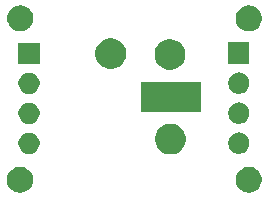
<source format=gbr>
G04 #@! TF.GenerationSoftware,KiCad,Pcbnew,5.1.5+dfsg1-2build2*
G04 #@! TF.CreationDate,2021-08-24T21:55:17+05:30*
G04 #@! TF.ProjectId,AS5600-Encoder-PCB,41533536-3030-42d4-956e-636f6465722d,rev?*
G04 #@! TF.SameCoordinates,Original*
G04 #@! TF.FileFunction,Soldermask,Bot*
G04 #@! TF.FilePolarity,Negative*
%FSLAX46Y46*%
G04 Gerber Fmt 4.6, Leading zero omitted, Abs format (unit mm)*
G04 Created by KiCad (PCBNEW 5.1.5+dfsg1-2build2) date 2021-08-24 21:55:17*
%MOMM*%
%LPD*%
G04 APERTURE LIST*
%ADD10C,0.100000*%
G04 APERTURE END LIST*
D10*
G36*
X192348014Y-160964535D02*
G01*
X192454370Y-160985691D01*
X192654740Y-161068687D01*
X192835064Y-161189175D01*
X192988425Y-161342536D01*
X193108913Y-161522860D01*
X193191909Y-161723231D01*
X193234220Y-161935940D01*
X193234220Y-162152820D01*
X193191909Y-162365529D01*
X193108913Y-162565900D01*
X192988425Y-162746224D01*
X192835064Y-162899585D01*
X192654740Y-163020073D01*
X192454370Y-163103069D01*
X192348015Y-163124224D01*
X192241660Y-163145380D01*
X192024780Y-163145380D01*
X191918425Y-163124224D01*
X191812070Y-163103069D01*
X191711886Y-163061571D01*
X191611700Y-163020073D01*
X191431376Y-162899585D01*
X191278015Y-162746224D01*
X191157527Y-162565900D01*
X191074531Y-162365529D01*
X191032220Y-162152820D01*
X191032220Y-161935940D01*
X191074531Y-161723231D01*
X191157527Y-161522860D01*
X191278015Y-161342536D01*
X191431376Y-161189175D01*
X191611700Y-161068687D01*
X191812070Y-160985691D01*
X191918426Y-160964535D01*
X192024780Y-160943380D01*
X192241660Y-160943380D01*
X192348014Y-160964535D01*
G37*
G36*
X211723134Y-160964535D02*
G01*
X211829490Y-160985691D01*
X212029860Y-161068687D01*
X212210184Y-161189175D01*
X212363545Y-161342536D01*
X212484033Y-161522860D01*
X212567029Y-161723231D01*
X212609340Y-161935940D01*
X212609340Y-162152820D01*
X212567029Y-162365529D01*
X212484033Y-162565900D01*
X212363545Y-162746224D01*
X212210184Y-162899585D01*
X212029860Y-163020073D01*
X211829490Y-163103069D01*
X211723135Y-163124224D01*
X211616780Y-163145380D01*
X211399900Y-163145380D01*
X211293545Y-163124224D01*
X211187190Y-163103069D01*
X211087006Y-163061571D01*
X210986820Y-163020073D01*
X210806496Y-162899585D01*
X210653135Y-162746224D01*
X210532647Y-162565900D01*
X210449651Y-162365529D01*
X210407340Y-162152820D01*
X210407340Y-161935940D01*
X210449651Y-161723231D01*
X210532647Y-161522860D01*
X210653135Y-161342536D01*
X210806496Y-161189175D01*
X210986820Y-161068687D01*
X211187190Y-160985691D01*
X211293546Y-160964535D01*
X211399900Y-160943380D01*
X211616780Y-160943380D01*
X211723134Y-160964535D01*
G37*
G36*
X205239487Y-157348996D02*
G01*
X205476253Y-157447068D01*
X205476255Y-157447069D01*
X205689339Y-157589447D01*
X205870553Y-157770661D01*
X206012932Y-157983747D01*
X206111004Y-158220513D01*
X206161000Y-158471861D01*
X206161000Y-158728139D01*
X206111004Y-158979487D01*
X206078175Y-159058742D01*
X206012931Y-159216255D01*
X205870553Y-159429339D01*
X205689339Y-159610553D01*
X205476255Y-159752931D01*
X205476254Y-159752932D01*
X205476253Y-159752932D01*
X205239487Y-159851004D01*
X204988139Y-159901000D01*
X204731861Y-159901000D01*
X204480513Y-159851004D01*
X204243747Y-159752932D01*
X204243746Y-159752932D01*
X204243745Y-159752931D01*
X204030661Y-159610553D01*
X203849447Y-159429339D01*
X203707069Y-159216255D01*
X203641825Y-159058742D01*
X203608996Y-158979487D01*
X203559000Y-158728139D01*
X203559000Y-158471861D01*
X203608996Y-158220513D01*
X203707068Y-157983747D01*
X203849447Y-157770661D01*
X204030661Y-157589447D01*
X204243745Y-157447069D01*
X204243747Y-157447068D01*
X204480513Y-157348996D01*
X204731861Y-157299000D01*
X204988139Y-157299000D01*
X205239487Y-157348996D01*
G37*
G36*
X193003512Y-158073927D02*
G01*
X193152812Y-158103624D01*
X193316784Y-158171544D01*
X193464354Y-158270147D01*
X193589853Y-158395646D01*
X193688456Y-158543216D01*
X193756376Y-158707188D01*
X193791000Y-158881259D01*
X193791000Y-159058741D01*
X193756376Y-159232812D01*
X193688456Y-159396784D01*
X193589853Y-159544354D01*
X193464354Y-159669853D01*
X193316784Y-159768456D01*
X193152812Y-159836376D01*
X193003512Y-159866073D01*
X192978742Y-159871000D01*
X192801258Y-159871000D01*
X192776488Y-159866073D01*
X192627188Y-159836376D01*
X192463216Y-159768456D01*
X192315646Y-159669853D01*
X192190147Y-159544354D01*
X192091544Y-159396784D01*
X192023624Y-159232812D01*
X191989000Y-159058741D01*
X191989000Y-158881259D01*
X192023624Y-158707188D01*
X192091544Y-158543216D01*
X192190147Y-158395646D01*
X192315646Y-158270147D01*
X192463216Y-158171544D01*
X192627188Y-158103624D01*
X192776488Y-158073927D01*
X192801258Y-158069000D01*
X192978742Y-158069000D01*
X193003512Y-158073927D01*
G37*
G36*
X210773512Y-158053927D02*
G01*
X210922812Y-158083624D01*
X211086784Y-158151544D01*
X211234354Y-158250147D01*
X211359853Y-158375646D01*
X211458456Y-158523216D01*
X211526376Y-158687188D01*
X211561000Y-158861259D01*
X211561000Y-159038741D01*
X211526376Y-159212812D01*
X211458456Y-159376784D01*
X211359853Y-159524354D01*
X211234354Y-159649853D01*
X211086784Y-159748456D01*
X210922812Y-159816376D01*
X210773512Y-159846073D01*
X210748742Y-159851000D01*
X210571258Y-159851000D01*
X210546488Y-159846073D01*
X210397188Y-159816376D01*
X210233216Y-159748456D01*
X210085646Y-159649853D01*
X209960147Y-159524354D01*
X209861544Y-159376784D01*
X209793624Y-159212812D01*
X209759000Y-159038741D01*
X209759000Y-158861259D01*
X209793624Y-158687188D01*
X209861544Y-158523216D01*
X209960147Y-158375646D01*
X210085646Y-158250147D01*
X210233216Y-158151544D01*
X210397188Y-158083624D01*
X210546488Y-158053927D01*
X210571258Y-158049000D01*
X210748742Y-158049000D01*
X210773512Y-158053927D01*
G37*
G36*
X193003512Y-155533927D02*
G01*
X193152812Y-155563624D01*
X193316784Y-155631544D01*
X193464354Y-155730147D01*
X193589853Y-155855646D01*
X193688456Y-156003216D01*
X193756376Y-156167188D01*
X193786073Y-156316488D01*
X193790949Y-156341000D01*
X193791000Y-156341259D01*
X193791000Y-156518741D01*
X193756376Y-156692812D01*
X193688456Y-156856784D01*
X193589853Y-157004354D01*
X193464354Y-157129853D01*
X193316784Y-157228456D01*
X193152812Y-157296376D01*
X193003512Y-157326073D01*
X192978742Y-157331000D01*
X192801258Y-157331000D01*
X192776488Y-157326073D01*
X192627188Y-157296376D01*
X192463216Y-157228456D01*
X192315646Y-157129853D01*
X192190147Y-157004354D01*
X192091544Y-156856784D01*
X192023624Y-156692812D01*
X191989000Y-156518741D01*
X191989000Y-156341259D01*
X191989052Y-156341000D01*
X191993927Y-156316488D01*
X192023624Y-156167188D01*
X192091544Y-156003216D01*
X192190147Y-155855646D01*
X192315646Y-155730147D01*
X192463216Y-155631544D01*
X192627188Y-155563624D01*
X192776488Y-155533927D01*
X192801258Y-155529000D01*
X192978742Y-155529000D01*
X193003512Y-155533927D01*
G37*
G36*
X210773512Y-155513927D02*
G01*
X210922812Y-155543624D01*
X211086784Y-155611544D01*
X211234354Y-155710147D01*
X211359853Y-155835646D01*
X211458456Y-155983216D01*
X211526376Y-156147188D01*
X211561000Y-156321259D01*
X211561000Y-156498741D01*
X211526376Y-156672812D01*
X211458456Y-156836784D01*
X211359853Y-156984354D01*
X211234354Y-157109853D01*
X211086784Y-157208456D01*
X210922812Y-157276376D01*
X210773512Y-157306073D01*
X210748742Y-157311000D01*
X210571258Y-157311000D01*
X210546488Y-157306073D01*
X210397188Y-157276376D01*
X210233216Y-157208456D01*
X210085646Y-157109853D01*
X209960147Y-156984354D01*
X209861544Y-156836784D01*
X209793624Y-156672812D01*
X209759000Y-156498741D01*
X209759000Y-156321259D01*
X209793624Y-156147188D01*
X209861544Y-155983216D01*
X209960147Y-155835646D01*
X210085646Y-155710147D01*
X210233216Y-155611544D01*
X210397188Y-155543624D01*
X210546488Y-155513927D01*
X210571258Y-155509000D01*
X210748742Y-155509000D01*
X210773512Y-155513927D01*
G37*
G36*
X207461000Y-156341000D02*
G01*
X202359000Y-156341000D01*
X202359000Y-153739000D01*
X207461000Y-153739000D01*
X207461000Y-156341000D01*
G37*
G36*
X193003512Y-152993927D02*
G01*
X193152812Y-153023624D01*
X193316784Y-153091544D01*
X193464354Y-153190147D01*
X193589853Y-153315646D01*
X193688456Y-153463216D01*
X193756376Y-153627188D01*
X193791000Y-153801259D01*
X193791000Y-153978741D01*
X193756376Y-154152812D01*
X193688456Y-154316784D01*
X193589853Y-154464354D01*
X193464354Y-154589853D01*
X193316784Y-154688456D01*
X193152812Y-154756376D01*
X193003512Y-154786073D01*
X192978742Y-154791000D01*
X192801258Y-154791000D01*
X192776488Y-154786073D01*
X192627188Y-154756376D01*
X192463216Y-154688456D01*
X192315646Y-154589853D01*
X192190147Y-154464354D01*
X192091544Y-154316784D01*
X192023624Y-154152812D01*
X191989000Y-153978741D01*
X191989000Y-153801259D01*
X192023624Y-153627188D01*
X192091544Y-153463216D01*
X192190147Y-153315646D01*
X192315646Y-153190147D01*
X192463216Y-153091544D01*
X192627188Y-153023624D01*
X192776488Y-152993927D01*
X192801258Y-152989000D01*
X192978742Y-152989000D01*
X193003512Y-152993927D01*
G37*
G36*
X210773512Y-152973927D02*
G01*
X210922812Y-153003624D01*
X211086784Y-153071544D01*
X211234354Y-153170147D01*
X211359853Y-153295646D01*
X211458456Y-153443216D01*
X211526376Y-153607188D01*
X211561000Y-153781259D01*
X211561000Y-153958741D01*
X211526376Y-154132812D01*
X211458456Y-154296784D01*
X211359853Y-154444354D01*
X211234354Y-154569853D01*
X211086784Y-154668456D01*
X210922812Y-154736376D01*
X210773512Y-154766073D01*
X210748742Y-154771000D01*
X210571258Y-154771000D01*
X210546488Y-154766073D01*
X210397188Y-154736376D01*
X210233216Y-154668456D01*
X210085646Y-154569853D01*
X209960147Y-154444354D01*
X209861544Y-154296784D01*
X209793624Y-154132812D01*
X209759000Y-153958741D01*
X209759000Y-153781259D01*
X209793624Y-153607188D01*
X209861544Y-153443216D01*
X209960147Y-153295646D01*
X210085646Y-153170147D01*
X210233216Y-153071544D01*
X210397188Y-153003624D01*
X210546488Y-152973927D01*
X210571258Y-152969000D01*
X210748742Y-152969000D01*
X210773512Y-152973927D01*
G37*
G36*
X205209487Y-150178996D02*
G01*
X205446253Y-150277068D01*
X205446255Y-150277069D01*
X205659339Y-150419447D01*
X205840553Y-150600661D01*
X205942842Y-150753747D01*
X205982932Y-150813747D01*
X206081004Y-151050513D01*
X206131000Y-151301861D01*
X206131000Y-151558139D01*
X206081004Y-151809487D01*
X206007785Y-151986253D01*
X205982931Y-152046255D01*
X205840553Y-152259339D01*
X205659339Y-152440553D01*
X205446255Y-152582931D01*
X205446254Y-152582932D01*
X205446253Y-152582932D01*
X205209487Y-152681004D01*
X204958139Y-152731000D01*
X204701861Y-152731000D01*
X204450513Y-152681004D01*
X204213747Y-152582932D01*
X204213746Y-152582932D01*
X204213745Y-152582931D01*
X204000661Y-152440553D01*
X203819447Y-152259339D01*
X203677069Y-152046255D01*
X203652215Y-151986253D01*
X203578996Y-151809487D01*
X203529000Y-151558139D01*
X203529000Y-151301861D01*
X203578996Y-151050513D01*
X203677068Y-150813747D01*
X203717159Y-150753747D01*
X203819447Y-150600661D01*
X204000661Y-150419447D01*
X204213745Y-150277069D01*
X204213747Y-150277068D01*
X204450513Y-150178996D01*
X204701861Y-150129000D01*
X204958139Y-150129000D01*
X205209487Y-150178996D01*
G37*
G36*
X200199487Y-150118996D02*
G01*
X200436253Y-150217068D01*
X200436255Y-150217069D01*
X200526050Y-150277068D01*
X200649339Y-150359447D01*
X200830553Y-150540661D01*
X200972932Y-150753747D01*
X201071004Y-150990513D01*
X201121000Y-151241861D01*
X201121000Y-151498139D01*
X201071004Y-151749487D01*
X200972932Y-151986253D01*
X200972931Y-151986255D01*
X200830553Y-152199339D01*
X200649339Y-152380553D01*
X200436255Y-152522931D01*
X200436254Y-152522932D01*
X200436253Y-152522932D01*
X200199487Y-152621004D01*
X199948139Y-152671000D01*
X199691861Y-152671000D01*
X199440513Y-152621004D01*
X199203747Y-152522932D01*
X199203746Y-152522932D01*
X199203745Y-152522931D01*
X198990661Y-152380553D01*
X198809447Y-152199339D01*
X198667069Y-151986255D01*
X198667068Y-151986253D01*
X198568996Y-151749487D01*
X198519000Y-151498139D01*
X198519000Y-151241861D01*
X198568996Y-150990513D01*
X198667068Y-150753747D01*
X198809447Y-150540661D01*
X198990661Y-150359447D01*
X199113950Y-150277068D01*
X199203745Y-150217069D01*
X199203747Y-150217068D01*
X199440513Y-150118996D01*
X199691861Y-150069000D01*
X199948139Y-150069000D01*
X200199487Y-150118996D01*
G37*
G36*
X193791000Y-152251000D02*
G01*
X191989000Y-152251000D01*
X191989000Y-150449000D01*
X193791000Y-150449000D01*
X193791000Y-152251000D01*
G37*
G36*
X211561000Y-152231000D02*
G01*
X209759000Y-152231000D01*
X209759000Y-150429000D01*
X211561000Y-150429000D01*
X211561000Y-152231000D01*
G37*
G36*
X211723134Y-147314575D02*
G01*
X211829490Y-147335731D01*
X212029860Y-147418727D01*
X212210184Y-147539215D01*
X212363545Y-147692576D01*
X212484033Y-147872900D01*
X212484033Y-147872901D01*
X212560717Y-148058031D01*
X212567029Y-148073271D01*
X212606309Y-148270740D01*
X212609340Y-148285981D01*
X212609340Y-148502859D01*
X212570061Y-148700329D01*
X212567029Y-148715569D01*
X212484033Y-148915940D01*
X212363545Y-149096264D01*
X212210184Y-149249625D01*
X212029860Y-149370113D01*
X211929674Y-149411611D01*
X211829490Y-149453109D01*
X211723135Y-149474264D01*
X211616780Y-149495420D01*
X211399900Y-149495420D01*
X211293545Y-149474264D01*
X211187190Y-149453109D01*
X211087006Y-149411611D01*
X210986820Y-149370113D01*
X210806496Y-149249625D01*
X210653135Y-149096264D01*
X210532647Y-148915940D01*
X210449651Y-148715569D01*
X210446620Y-148700329D01*
X210407340Y-148502859D01*
X210407340Y-148285981D01*
X210410372Y-148270740D01*
X210449651Y-148073271D01*
X210455964Y-148058031D01*
X210532647Y-147872901D01*
X210532647Y-147872900D01*
X210653135Y-147692576D01*
X210806496Y-147539215D01*
X210986820Y-147418727D01*
X211187190Y-147335731D01*
X211293546Y-147314575D01*
X211399900Y-147293420D01*
X211616780Y-147293420D01*
X211723134Y-147314575D01*
G37*
G36*
X192368335Y-147299336D02*
G01*
X192474690Y-147320491D01*
X192511482Y-147335731D01*
X192675060Y-147403487D01*
X192855384Y-147523975D01*
X193008745Y-147677336D01*
X193129233Y-147857660D01*
X193135546Y-147872901D01*
X193212229Y-148058030D01*
X193233385Y-148164386D01*
X193254540Y-148270740D01*
X193254540Y-148487620D01*
X193233385Y-148593974D01*
X193212229Y-148700330D01*
X193205916Y-148715570D01*
X193129233Y-148900700D01*
X193008745Y-149081024D01*
X192855384Y-149234385D01*
X192675060Y-149354873D01*
X192638267Y-149370113D01*
X192474690Y-149437869D01*
X192368334Y-149459025D01*
X192261980Y-149480180D01*
X192045100Y-149480180D01*
X191938746Y-149459025D01*
X191832390Y-149437869D01*
X191668813Y-149370113D01*
X191632020Y-149354873D01*
X191451696Y-149234385D01*
X191298335Y-149081024D01*
X191177847Y-148900700D01*
X191101164Y-148715570D01*
X191094851Y-148700330D01*
X191073695Y-148593974D01*
X191052540Y-148487620D01*
X191052540Y-148270740D01*
X191073695Y-148164386D01*
X191094851Y-148058030D01*
X191171534Y-147872901D01*
X191177847Y-147857660D01*
X191298335Y-147677336D01*
X191451696Y-147523975D01*
X191632020Y-147403487D01*
X191795598Y-147335731D01*
X191832390Y-147320491D01*
X191938745Y-147299336D01*
X192045100Y-147278180D01*
X192261980Y-147278180D01*
X192368335Y-147299336D01*
G37*
M02*

</source>
